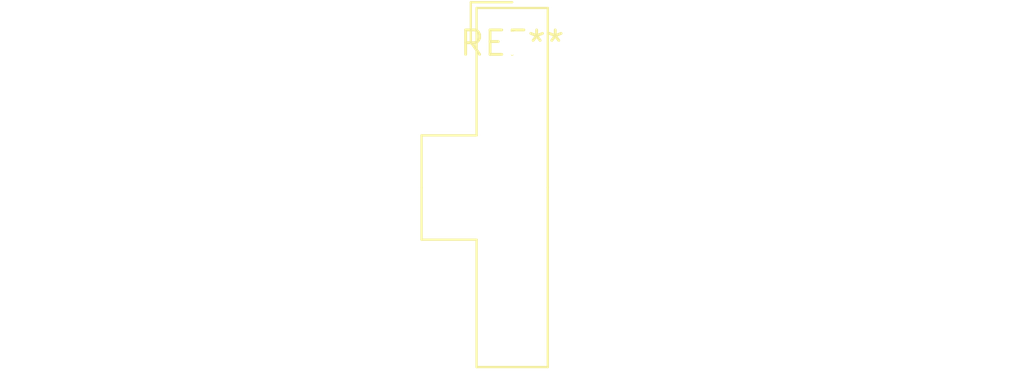
<source format=kicad_pcb>
(kicad_pcb (version 20240108) (generator pcbnew)
  (layers (0 "F.Cu" signal) (31 "B.Cu" signal) (34 "B.Paste" user) (35 "F.Paste" user) (36 "B.SilkS" user "B.Silkscreen") (37 "F.SilkS" user "F.Silkscreen") (38 "B.Mask" user) (39 "F.Mask" user) (44 "Edge.Cuts" user))
  (net 0 "")
  (footprint "Molex_Nano-Fit_105309-xx07_1x07_P2.50mm_Vertical" (layer "F.Cu") (at 0 0)
    (property "Reference" "REF**")
    (property "Value" "Molex_Nano-Fit_105309-xx07_1x07_P2.50mm_Vertical")
    (fp_line (start -4.71 4.79) (end -4.71 7.5) (layer "F.SilkS") (stroke (width 0.12)))
    (fp_line (start -4.71 10.21) (end -4.71 7.5) (layer "F.SilkS") (stroke (width 0.12)))
    (fp_line (start -2.15 -2.13) (end -2.15 0) (layer "F.SilkS") (stroke (width 0.12)))
    (fp_line (start -1.85 -1.83) (end -1.85 4.79) (layer "F.SilkS") (stroke (width 0.12)))
    (fp_line (start -1.85 4.79) (end -4.71 4.79) (layer "F.SilkS") (stroke (width 0.12)))
    (fp_line (start -1.85 10.21) (end -4.71 10.21) (layer "F.SilkS") (stroke (width 0.12)))
    (fp_line (start -1.85 16.83) (end -1.85 10.21) (layer "F.SilkS") (stroke (width 0.12)))
    (fp_line (start 0 -2.13) (end -2.15 -2.13) (layer "F.SilkS") (stroke (width 0.12)))
    (fp_line (start 1.85 -1.83) (end -1.85 -1.83) (layer "F.SilkS") (stroke (width 0.12)))
    (fp_line (start 1.85 7.5) (end 1.85 -1.83) (layer "F.SilkS") (stroke (width 0.12)))
    (fp_line (start 1.85 7.5) (end 1.85 16.83) (layer "F.SilkS") (stroke (width 0.12)))
    (fp_line (start 1.85 16.83) (end -1.85 16.83) (layer "F.SilkS") (stroke (width 0.12)))
    (pad "" np_thru_hole circle (at -1.34 6.25) (size 1.3 1.3) (drill 1.3) (layers *.Cu *.Mask))
    (pad "1" thru_hole roundrect (at 0 0) (size 2.2 1.7) (drill 1.2) (layers *.Cu *.Mask) (remove_unused_layers) (roundrect_rratio 0.147059))
    (pad "2" thru_hole oval (at 0 2.5) (size 2.2 1.7) (drill 1.2) (layers *.Cu *.Mask) (remove_unused_layers))
    (pad "3" thru_hole oval (at 0 5) (size 2.2 1.7) (drill 1.2) (layers *.Cu *.Mask) (remove_unused_layers))
    (pad "4" thru_hole oval (at 0 7.5) (size 2.2 1.7) (drill 1.2) (layers *.Cu *.Mask) (remove_unused_layers))
    (pad "5" thru_hole oval (at 0 10) (size 2.2 1.7) (drill 1.2) (layers *.Cu *.Mask) (remove_unused_layers))
    (pad "6" thru_hole oval (at 0 12.5) (size 2.2 1.7) (drill 1.2) (layers *.Cu *.Mask) (remove_unused_layers))
    (pad "7" thru_hole oval (at 0 15) (size 2.2 1.7) (drill 1.2) (layers *.Cu *.Mask) (remove_unused_layers))
  )
)
</source>
